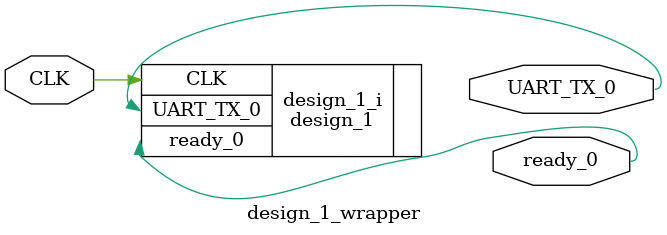
<source format=v>
`timescale 1 ps / 1 ps

module design_1_wrapper
   (CLK,
    UART_TX_0,
    ready_0);
  input CLK;
  output UART_TX_0;
  output ready_0;

  wire CLK;
  wire UART_TX_0;
  wire ready_0;

  design_1 design_1_i
       (.CLK(CLK),
        .UART_TX_0(UART_TX_0),
        .ready_0(ready_0));
endmodule

</source>
